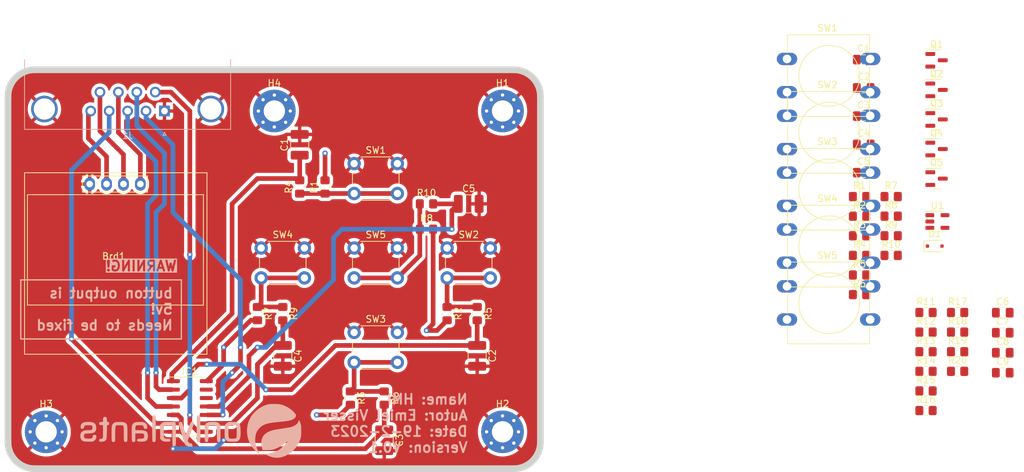
<source format=kicad_pcb>
(kicad_pcb (version 20221018) (generator pcbnew)
  (layers (0 "F.Cu" signal) (31 "B.Cu" signal) (34 "B.Paste" user) (35 "F.Paste" user) (36 "B.SilkS" user "B.Silkscreen") (37 "F.SilkS" user "F.Silkscreen") (38 "B.Mask" user) (39 "F.Mask" user) (44 "Edge.Cuts" user))
  (net 0 "")
  (net 1 "/SDA")
  (net 2 "/SCL")
  (net 3 "GNDREF")
  (net 4 "+5V")
  (net 5 "/IN_SW1")
  (net 6 "/IN_SW2")
  (net 7 "/IN_SW3")
  (net 8 "/IN_SW4")
  (net 9 "/IN_SW5")
  (net 10 "/OUT_SW1")
  (net 11 "/OUT_SW2")
  (net 12 "/OUT_SW3")
  (net 13 "/OUT_SW5")
  (net 14 "Net-(R1-Pad1)")
  (net 15 "Net-(R2-Pad1)")
  (net 16 "Net-(R3-Pad1)")
  (net 17 "Net-(R7-Pad1)")
  (net 18 "Net-(R10-Pad1)")
  (net 19 "/OUT_SW4")
  (net 20 "/Buttons/IN_SW1")
  (net 21 "/Buttons/IN_SW2")
  (net 22 "/Buttons/IN_SW3")
  (net 23 "/Buttons/IN_SW4")
  (net 24 "/Buttons/IN_SW5")
  (net 25 "Net-(D1-K)")
  (net 26 "+3.3V")
  (net 27 "/Level shifting/OUT_SW1")
  (net 28 "/Level shifting/LVL_SW1")
  (net 29 "/Level shifting/OUT_SW2")
  (net 30 "/Level shifting/LVL_SW2")
  (net 31 "/Level shifting/OUT_SW3")
  (net 32 "/Level shifting/LVL_SW3")
  (net 33 "/Level shifting/OUT_SW4")
  (net 34 "/Level shifting/LVL_SW4")
  (net 35 "/Level shifting/OUT_SW5")
  (net 36 "/Level shifting/LVL_SW5")
  (net 37 "GND")
  (net 39 "/LVL_SW1")
  (net 40 "/LVL_SW2")
  (net 41 "/LVL_SW3")
  (net 42 "/LVL_SW5")
  (footprint "Resistor_SMD:R_0805_2012Metric_Pad1.20x1.40mm_HandSolder" (layer "F.Cu") (at 159.31 96.81)
    (fp_text reference "R8")
    (fp_text value "R")
  )
  (footprint "Package_TO_SOT_SMD:SOT-23-5" (layer "F.Cu") (at 236.085 95.65)
    (fp_text reference "U1")
    (fp_text value "TLV75533PDBV")
  )
  (footprint "Resistor_SMD:R_0805_2012Metric_Pad1.20x1.40mm_HandSolder" (layer "F.Cu") (at 224.385 103.7)
    (fp_text reference "R5")
    (fp_text value "R")
  )
  (footprint "Resistor_SMD:R_0805_2012Metric_Pad1.20x1.40mm_HandSolder" (layer "F.Cu") (at 229.135 91.9)
    (fp_text reference "R7")
    (fp_text value "R")
  )
  (footprint "Button_Switch_THT:SW_PUSH-12mm" (layer "F.Cu") (at 213.485 105.4)
    (fp_text reference "SW5")
    (fp_text value "SW_Push")
  )
  (footprint "Package_TO_SOT_SMD:SOT-23" (layer "F.Cu") (at 235.955 89.2)
    (fp_text reference "Q5")
    (fp_text value "BSS138")
  )
  (footprint "ssd1306:128x64OLED" (layer "F.Cu") (at 112.32 100.62)
    (fp_text reference "Brd1")
    (fp_text value "SSD1306")
  )
  (footprint "MountingHole:MountingHole_3.2mm_M3_Pad_Via" (layer "F.Cu") (at 102.16 127.29)
    (fp_text reference "H3")
    (fp_text value "MountingHole_Pad")
  )
  (footprint "Capacitor_SMD:C_0805_2012Metric_Pad1.18x1.45mm_HandSolder" (layer "F.Cu") (at 225.015 79.8)
    (fp_text reference "C3")
    (fp_text value "C")
  )
  (footprint "Capacitor_SMD:C_0805_2012Metric_Pad1.18x1.45mm_HandSolder" (layer "F.Cu") (at 245.9025 109.37)
    (fp_text reference "C6")
    (fp_text value "1uF 16v")
  )
  (footprint "MountingHole:MountingHole_3.2mm_M3_Pad_Via" (layer "F.Cu") (at 170.74 127.29)
    (fp_text reference "H2")
    (fp_text value "MountingHole_Pad")
  )
  (footprint "Capacitor_SMD:C_1210_3225Metric_Pad1.33x2.70mm_HandSolder" (layer "F.Cu") (at 165.66 93)
    (fp_text reference "C5")
    (fp_text value "C")
  )
  (footprint "Capacitor_SMD:C_0805_2012Metric_Pad1.18x1.45mm_HandSolder" (layer "F.Cu") (at 225.015 88.3)
    (fp_text reference "C5")
    (fp_text value "C")
  )
  (footprint "Button_Switch_THT:SW_PUSH-12mm" (layer "F.Cu") (at 213.485 96.85)
    (fp_text reference "SW4")
    (fp_text value "SW_Push")
  )
  (footprint "Button_Switch_THT:SW_PUSH_6mm_H13mm" (layer "F.Cu") (at 162.41 99.64)
    (fp_text reference "SW2")
    (fp_text value "SW_Push")
  )
  (footprint "Button_Switch_THT:SW_PUSH_6mm_H13mm" (layer "F.Cu") (at 148.44 99.64)
    (fp_text reference "SW5")
    (fp_text value "SW_Push")
  )
  (footprint "Resistor_SMD:R_0805_2012Metric_Pad1.20x1.40mm_HandSolder" (layer "F.Cu") (at 239.1225 112.29)
    (fp_text reference "R18")
    (fp_text value "10k")
  )
  (footprint "Button_Switch_THT:SW_PUSH-12mm" (layer "F.Cu") (at 213.485 88.3)
    (fp_text reference "SW3")
    (fp_text value "SW_Push")
  )
  (footprint "Capacitor_SMD:C_1210_3225Metric_Pad1.33x2.70mm_HandSolder" (layer "F.Cu") (at 152.96 128.56 -90)
    (fp_text reference "C3")
    (fp_text value "C")
  )
  (footprint "Resistor_SMD:R_0805_2012Metric_Pad1.20x1.40mm_HandSolder" (layer "F.Cu") (at 137.72 109.51 -90)
    (fp_text reference "R9")
    (fp_text value "R")
  )
  (footprint "Package_TO_SOT_SMD:SOT-23" (layer "F.Cu") (at 235.955 84.75)
    (fp_text reference "Q4")
    (fp_text value "BSS138")
  )
  (footprint "Resistor_SMD:R_0805_2012Metric_Pad1.20x1.40mm_HandSolder" (layer "F.Cu") (at 224.385 94.85)
    (fp_text reference "R2")
    (fp_text value "R")
  )
  (footprint "Package_TO_SOT_SMD:SOT-23" (layer "F.Cu") (at 235.955 80.3)
    (fp_text reference "Q3")
    (fp_text value "BSS138")
  )
  (footprint "MountingHole:MountingHole_3.2mm_M3_Pad_Via" (layer "F.Cu") (at 136.45 79.03)
    (fp_text reference "H4")
    (fp_text value "MountingHole_Pad")
  )
  (footprint "Capacitor_SMD:C_1210_3225Metric_Pad1.33x2.70mm_HandSolder" (layer "F.Cu") (at 137.72 115.86 -90)
    (fp_text reference "C4")
    (fp_text value "C")
  )
  (footprint "Capacitor_SMD:C_1210_3225Metric_Pad1.33x2.70mm_HandSolder" (layer "F.Cu") (at 140.26 84.11 90)
    (fp_text reference "C1")
    (fp_text value "C")
  )
  (footprint "Resistor_SMD:R_0805_2012Metric_Pad1.20x1.40mm_HandSolder" (layer "F.Cu") (at 159.31 93)
    (fp_text reference "R10")
    (fp_text value "R")
  )
  (footprint "Resistor_SMD:R_0805_2012Metric_Pad1.20x1.40mm_HandSolder" (layer "F.Cu") (at 229.135 94.85)
    (fp_text reference "R8")
    (fp_text value "R")
  )
  (footprint "Resistor_SMD:R_0805_2012Metric_Pad1.20x1.40mm_HandSolder" (layer "F.Cu") (at 234.3725 124.09)
    (fp_text reference "R16")
    (fp_text value "10k")
  )
  (footprint "Resistor_SMD:R_0805_2012Metric_Pad1.20x1.40mm_HandSolder" (layer "F.Cu") (at 152.96 122.21 -90)
    (fp_text reference "R6")
    (fp_text value "R")
  )
  (footprint "Package_TO_SOT_SMD:SOT-23" (layer "F.Cu") (at 235.955 75.85)
    (fp_text reference "Q2")
    (fp_text value "BSS138")
  )
  (footprint "Resistor_SMD:R_0805_2012Metric_Pad1.20x1.40mm_HandSolder" (layer "F.Cu") (at 234.3725 112.29)
    (fp_text reference "R12")
    (fp_text value "10k")
  )
  (footprint "Package_TO_SOT_SMD:SOT-23" (layer "F.Cu") (at 235.955 71.4)
    (fp_text reference "Q1")
    (fp_text value "BSS138")
  )
  (footprint "MountingHole:MountingHole_3.2mm_M3_Pad_Via" (layer "F.Cu") (at 170.74 79.03)
    (fp_text reference "H1")
    (fp_text value "MountingHole_Pad")
  )
  (footprint "Resistor_SMD:R_0805_2012Metric_Pad1.20x1.40mm_HandSolder" (layer "F.Cu") (at 162.41 109.51 -90)
    (fp_text reference "R2")
    (fp_text value "R")
  )
  (footprint "Diode_SMD:D_SOD-323F" (layer "F.Cu") (at 235.68 99.35)
    (fp_text reference "D1")
    (fp_text value "PMEG3010EJ")
  )
  (footprint "Capacitor_SMD:C_0805_2012Metric_Pad1.18x1.45mm_HandSolder" (layer "F.Cu") (at 225.015 71.3)
    (fp_text reference "C1")
    (fp_text value "C")
  )
  (footprint "Button_Switch_THT:SW_PUSH-12mm" (layer "F.Cu") (at 213.485 71.2)
    (fp_text reference "SW1")
    (fp_text value "SW_Push")
  )
  (footprint "Resistor_SMD:R_0805_2012Metric_Pad1.20x1.40mm_HandSolder" (layer "F.Cu") (at 224.385 97.8)
    (fp_text reference "R3")
    (fp_text value "R")
  )
  (footprint "Resistor_SMD:R_0805_2012Metric_Pad1.20x1.40mm_HandSolder" (layer "F.Cu") (at 229.135 97.8)
    (fp_text reference "R9")
    (fp_text value "R")
  )
  (footprint "Capacitor_SMD:C_0805_2012Metric_Pad1.18x1.45mm_HandSolder" (layer "F.Cu") (at 225.015 75.55)
    (fp_text reference "C2")
    (fp_text value "C")
  )
  (footprint "Capacitor_SMD:C_0805_2012Metric_Pad1.18x1.45mm_HandSolder" (layer "F.Cu") (at 245.9025 115.39)
    (fp_text reference "C8")
    (fp_text value "1uF 16v")
  )
  (footprint "Resistor_SMD:R_0805_2012Metric_Pad1.20x1.40mm_HandSolder" (layer "F.Cu") (at 133.91 109.51 -90)
    (fp_text reference "R7")
    (fp_text value "R")
  )
  (footprint "Resistor_SMD:R_0805_2012Metric_Pad1.20x1.40mm_HandSolder" (layer "F.Cu") (at 234.3725 109.34)
    (fp_text reference "R11")
    (fp_text value "10k")
  )
  (footprint "Resistor_SMD:R_0805_2012Metric_Pad1.20x1.40mm_HandSolder" (layer "F.Cu") (at 224.385 100.75)
    (fp_text reference "R4")
    (fp_text value "R")
  )
  (footprint "Resistor_SMD:R_0805_2012Metric_Pad1.20x1.40mm_HandSolder" (layer "F.Cu") (at 239.1225 109.34)
    (fp_text reference "R17")
    (fp_text value "10k")
  )
  (footprint "Resistor_SMD:R_0805_2012Metric_Pad1.20x1.40mm_HandSolder" (layer "F.Cu") (at 234.3725 121.14)
    (fp_text reference "R15")
    (fp_text value "10k")
  )
  (footprint "Resistor_SMD:R_0805_2012Metric_Pad1.20x1.40mm_HandSolder" (layer "F.Cu") (at 239.1225 115.24)
    (fp_text reference "R19")
    (fp_text value "10k")
  )
  (footprint "Capacitor_SMD:C_0805_2012Metric_Pad1.18x1.45mm_HandSolder" (layer "F.Cu") (at 245.9025 112.38)
    (fp_text reference "C7")
    (fp_text value "1uF 16v")
  )
  (footprint "Resistor_SMD:R_0805_2012Metric_Pad1.20x1.40mm_HandSolder" (layer "F.Cu") (at 229.135 100.75)
    (fp_text reference "R10")
    (fp_text value "R")
  )
  (footprint "Button_Switch_THT:SW_PUSH_6mm_H13mm" (layer "F.Cu") (at 148.44 86.94)
    (fp_text reference "SW1")
    (fp_text value "SW_Push")
  )
  (footprint "Resistor_SMD:R_0805_2012Metric_Pad1.20x1.40mm_HandSolder" (layer "F.Cu") (at 239.1225 118.19)
    (fp_text reference "R20")
    (fp_text value "10k")
  )
  (footprint "Resistor_SMD:R_0805_2012Metric_Pad1.20x1.40mm_HandSolder" (layer "F.Cu") (at 144.07 90.46 90)
    (fp_text reference "R1")
    (fp_text value "R")
  )
  (footprint "Resistor_SMD:R_0805_2012Metric_Pad1.20x1.40mm_HandSolder" (layer "F.Cu") (at 166.93 109.51 -90)
    (fp_text reference "R5")
    (fp_text value "R")
  )
  (footprint "Button_Switch_THT:SW_PUSH-12mm" (layer "F.Cu") (at 213.485 79.75)
    (fp_text reference "SW2")
    (fp_text value "SW_Push")
  )
  (footprint "Button_Switch_THT:SW_PUSH_6mm_H13mm" (layer "F.Cu") (at 148.44 112.34)
    (fp_text reference "SW3")
    (fp_text value "SW_Push")
  )
  (footprint "Resistor_SMD:R_0805_2012Metric_Pad1.20x1.40mm_HandSolder" (layer "F.Cu") (at 140.26 90.46 90)
    (fp_text reference "R4")
    (fp_text value "R")
  )
  (footprint "Resistor_SMD:R_0805_2012Metric_Pad1.20x1.40mm_HandSolder" (layer "F.Cu") (at 224.385 91.9)
    (fp_text reference "R1")
    (fp_text value "R")
  )
  (footprint "Package_SO:SOIC-14_3.9x8.7mm_P1.27mm" (layer "F.Cu") (at 123.75 123.48)
    (fp_text reference "IC1")
    (fp_text value "CD74HC14M96")
  )
  (footprint "Button_Switch_THT:SW_PUSH_6mm_H13mm" (layer "F.Cu") (at 134.47 99.64)
    (fp_text reference "SW4")
    (fp_text value "SW_Push")
  )
  (footprint "Resistor_SMD:R_0805_2012Metric_Pad1.20x1.40mm_HandSolder" (layer "F.Cu") (at 147.88 122.21 -90)
    (fp_text reference "R3")
    (fp_text value "R")
  )
  (footprint "Resistor_SMD:R_0805_2012Metric_Pad1.20x1.40mm_HandSolder" (layer "F.Cu") (at 234.3725 118.19)
    (fp_text reference "R14")
    (fp_text value "10k")
  )
  (footprint "Resistor_SMD:R_0805_2012Metric_Pad1.20x1.40mm_HandSolder" (layer "F.Cu") (at 234.3725 115.24)
    (fp_text reference "R13")
    (fp_text value "10k")
  )
  (footprint "Capacitor_SMD:C_0805_2012Metric_Pad1.18x1.45mm_HandSolder" (layer "F.Cu") (at 225.015 84.05)
    (fp_text reference "C4")
    (fp_text value "C")
  )
  (footprint "Resistor_SMD:R_0805_2012Metric_Pad1.20x1.40mm_HandSolder" (layer "F.Cu") (at 224.385 106.65)
    (fp_text reference "R6")
    (fp_text value "R")
  )
  (footprint "Capacitor_SMD:C_0805_2012Metric_Pad1.18x1.45mm_HandSolder" (layer "F.Cu") (at 245.9025 118.4)
    (fp_text reference "C9")
    (fp_text value "1uF 16v")
  )
  (footprint "Capacitor_SMD:C_1210_3225Metric_Pad1.33x2.70mm_HandSolder" (layer "F.Cu") (at 166.93 115.86 -90)
    (fp_text reference "C2")
    (fp_text value "C")
  )
  (footprint "greenhouse_project_screen:logo" (layer "B.Cu") (at 123.75 127.29 180)
    (fp_text reference "G***")
    (fp_text value "LOGO" hide)
  )
  (footprint "Connector_Dsub:DSUB-9_Female_Horizontal_P2.77x2.84mm_EdgePinOffset4.94mm_Housed_MountingHolesOffset7.48mm" (layer "B.Cu") (at 119.94 79.03)
    (fp_text reference "J1")
    (fp_text value "DB9_Female_MountingHoles")
  )
  (gr_arc (start 172.43 72.83) (mid 175.258427 74.001573) (end 176.43 76.83) (stroke (width 0.2)) (layer "B.SilkS"))
  (gr_line (start 172.43 132.83) (end 100.43 132.83) (stroke (width 0.2)) (layer "B.SilkS"))
  (gr_line (start 176.43 76.83) (end 176.43 128.83) (stroke (width 0.2)) (layer "B.SilkS"))
  (gr_line (start 100.43 72.83) (end 172.43 72.83) (stroke (width 0.2)) (layer "B.SilkS"))
  (gr_arc (start 176.43 128.83) (mid 175.258427 131.658427) (end 172.43 132.83) (stroke (width 0.2)) (layer "B.SilkS"))
  (gr_line (start 96.43 128.83) (end 96.43 76.83) (stroke (width 0.2)) (layer "B.SilkS"))
  (gr_arc (start 96.43 76.83) (mid 97.601573 74.001573) (end 100.43 72.83) (stroke (width 0.2)) (layer "B.SilkS"))
  (gr_arc (start 100.43 132.83) (mid 97.601573 131.658427) (end 96.43 128.83) (stroke (width 0.2)) (layer "B.SilkS"))
  (gr_arc (start 176.43 128.83) (mid 175.258427 131.658427) (end 172.43 132.83) (stroke (width 0.2)) (layer "F.SilkS"))
  (gr_arc (start 96.43 76.83) (mid 97.601573 74.001573) (end 100.43 72.83) (stroke (width 0.2)) (layer "F.SilkS"))
  (gr_line (start 96.43 128.83) (end 96.43 76.83) (stroke (width 0.2)) (layer "F.SilkS"))
  (gr_line (start 176.43 76.83) (end 176.43 128.83) (stroke (width 0.2)) (layer "F.SilkS"))
  (gr_arc (start 100.43 132.83) (mid 97.601573 131.658427) (end 96.43 128.83) (stroke (width 0.2)) (layer "F.SilkS"))
  (gr_line (start 100.43 72.83) (end 172.43 72.83) (stroke (width 0.2)) (layer "F.SilkS"))
  (gr_line (start 172.43 132.83) (end 100.43 132.83) (stroke (width 0.2)) (layer "F.SilkS"))
  (gr_arc (start 172.43 72.83) (mid 175.258427 74.001573) (end 176.43 76.83) (stroke (width 0.2)) (layer "F.SilkS"))
  (gr_line (start 96.43 128.83) (end 96.43 76.83) (stroke (width 1)) (layer "Edge.Cuts"))
  (gr_line (start 172.43 132.83) (end 100.43 132.83) (stroke (width 1)) (layer "Edge.Cuts"))
  (gr_arc (start 100.43 132.83) (mid 97.601573 131.658427) (end 96.43 128.83) (stroke (width 1)) (layer "Edge.Cuts"))
  (gr_arc (start 96.43 76.83) (mid 97.601573 74.001573) (end 100.43 72.83) (stroke (width 1)) (layer "Edge.Cuts"))
  (gr_line (start 100.43 72.83) (end 172.43 72.83) (stroke (width 1)) (layer "Edge.Cuts"))
  (gr_arc (start 176.43 128.83) (mid 175.258427 131.658427) (end 172.43 132.83) (stroke (width 1)) (layer "Edge.Cuts"))
  (gr_arc (start 172.43 72.83) (mid 175.258427 74.001573) (end 176.43 76.83) (stroke (width 1)) (layer "Edge.Cuts"))
  (gr_line (start 176.43 76.83) (end 176.43 128.83) (stroke (width 1)) (layer "Edge.Cuts"))
  (gr_text "Name: HMI\nAutor: Emiel Visser\nDate: 19-2-2023\nVersion: V0.1" (at 165.66 126.02) (layer "B.SilkS") (effects (font (size 1.5 1.5) (thickness 0.3)) (justify left mirror)))
  (gr_text "WARNING!             " (at 121.93 103.23) (layer "B.SilkS" knockout) (effects (font (size 1.5 1.5) (thickness 0.3) bold) (justify left bottom mirror)))
  (gr_text_box "button output is 5v! \nNeeds to be fixed" (start 98.35 104.43) (end 122.48 113.32) (layer "B.SilkS") (effects (font (size 1.5 1.5) (thickness 0.3) bold) (justify left top mirror)) (stroke (width 0.2)))
  (segment (start 116.32 90.02) (end 116.32 85.57) (width 0.7) (layer "F.Cu") (net 1))
  (segment (start 113.015 82.265) (end 113.015 76.19) (width 0.7) (layer "F.Cu") (net 1))
  (segment (start 116.32 85.57) (end 113.015 82.265) (width 0.7) (layer "F.Cu") (net 1))
  (segment (start 110.245 82.032208) (end 113.78 85.567208) (width 0.7) (layer "F.Cu") (net 2))
  (segment (start 113.78 85.567208) (end 113.78 90.02) (width 0.7) (layer "F.Cu") (net 2))
  (segment (start 110.245 76.19) (end 110.245 82.032208) (width 0.7) (layer "F.Cu") (net 2))
  (via (at 121.21 129.83) (size 0.8) (drill 0.4) (layers "F.Cu" "B.Cu") (net 3))
  (via (at 128.83 128.56) (size 0.8) (drill 0.4) (layers "F.Cu" "B.Cu") (net 3))
  (segment (start 127.56 129.83) (end 128.83 128.56) (width 0.7) (layer "B.Cu") (net 3))
  (segment (start 121.21 129.83) (end 127.56 129.83) (width 0.7) (layer "B.Cu") (net 3))
  (segment (start 159.31 112.05) (end 160.87 112.05) (width 0.7) (layer "F.Cu") (net 4))
  (segment (start 160.31 111.05) (end 159.31 112.05) (width 0.7) (layer "F.Cu") (net 4))
  (segment (start 144.07 89.46) (end 144.07 85.38) (width 0.7) (layer "F.Cu") (net 4))
  (segment (start 108.51 79.38) (end 108.86 79.03) (width 0.7) (layer "F.Cu") (net 4))
  (segment (start 142.8 124.75) (end 146.34 124.75) (width 0.7) (layer "F.Cu") (net 4))
  (segment (start 146.34 124.75) (end 147.88 123.21) (width 0.7) (layer "F.Cu") (net 4))
  (segment (start 108.51 83.1575) (end 108.51 79.38) (width 0.7) (layer "F.Cu") (net 4))
  (segment (start 126.462 119.67) (end 126.462 119.498) (width 0.7) (layer "F.Cu") (net 4))
  (segment (start 128.83 114.59) (end 132.91 110.51) (width 0.7) (layer "F.Cu") (net 4))
  (segment (start 111.24 90.02) (end 111.24 85.8875) (width 0.7) (layer "F.Cu") (net 4))
  (segment (start 126.462 119.498) (end 128.83 117.13) (width 0.7) (layer "F.Cu") (net 4))
  (segment (start 160.31 96.81) (end 160.31 111.05) (width 0.7) (layer "F.Cu") (net 4))
  (segment (start 132.91 110.51) (end 133.91 110.51) (width 0.7) (layer "F.Cu") (net 4))
  (segment (start 160.87 112.05) (end 162.41 110.51) (width 0.7) (layer "F.Cu") (net 4))
  (segment (start 111.24 85.8875) (end 108.51 83.1575) (width 0.7) (layer "F.Cu") (net 4))
  (segment (start 128.83 117.13) (end 128.83 114.59) (width 0.7) (layer "F.Cu") (net 4))
  (via (at 142.8 124.75) (size 0.8) (drill 0.4) (layers "F.Cu" "B.Cu") (net 4))
  (via (at 144.07 85.38) (size 0.8) (drill 0.4) (layers "F.Cu" "B.Cu") (net 4))
  (via (at 159.31 112.05) (size 0.8) (drill 0.4) (layers "F.Cu" "B.Cu") (net 4))
  (via (at 128.83 114.59) (size 0.8) (drill 0.4) (layers "F.Cu" "B.Cu") (net 4))
  (segment (start 121.038 119.67) (end 121.038 118.572) (width 0.7) (layer "F.Cu") (net 5))
  (segment (start 133.91 89.19) (end 139.99 89.19) (width 0.7) (layer "F.Cu") (net 5))
  (segment (start 140.26 89.46) (end 140.26 85.6725) (width 0.7) (layer "F.Cu") (net 5))
  (segment (start 121.038 118.572) (end 130.1 109.51) (width 0.7) (layer "F.Cu") (net 5))
  (segment (start 139.99 89.19) (end 140.26 89.46) (width 0.7) (layer "F.Cu") (net 5))
  (segment (start 130.1 109.51) (end 130.1 93) (width 0.7) (layer "F.Cu") (net 5))
  (segment (start 130.1 93) (end 133.91 89.19) (width 0.7) (layer "F.Cu") (net 5))
  (segment (start 166.93 114.2975) (end 166.93 110.78) (width 0.7) (layer "F.Cu") (net 6))
  (segment (start 166.93 114.2975) (end 145.6325 114.2975) (width 0.7) (layer "F.Cu") (net 6))
  (segment (start 125.02 117.13) (end 126.29 117.13) (width 0.7) (layer "F.Cu") (net 6))
  (segment (start 123.75 120.94) (end 123.75 118.4) (width 0.7) (layer "F.Cu") (net 6))
  (segment (start 121.038 122.21) (end 122.48 122.21) (width 0.7) (layer "F.Cu") (net 6))
  (segment (start 122.48 122.21) (end 123.75 120.94) (width 0.7) (layer "F.Cu") (net 6))
  (segment (start 123.75 118.4) (end 125.02 117.13) (width 0.7) (layer "F.Cu") (net 6))
  (segment (start 138.99 120.94) (end 135.18 120.94) (width 0.7) (layer "F.Cu") (net 6))
  (segment (start 145.6325 114.2975) (end 138.99 120.94) (width 0.7) (layer "F.Cu") (net 6))
  (via (at 126.29 117.13) (size 0.8) (drill 0.4) (layers "F.Cu" "B.Cu") (net 6))
  (via (at 135.18 120.94) (size 0.8) (drill 0.4) (layers "F.Cu" "B.Cu") (net 6))
  (segment (start 131.37 117.13) (end 126.29 117.13) (width 0.7) (layer "B.Cu") (net 6))
  (segment (start 135.18 120.94) (end 131.37 117.13) (width 0.7) (layer "B.Cu") (net 6))
  (segment (start 121.038 124.75) (end 121.9555 124.75) (width 0.7) (layer "F.Cu") (net 7))
  (segment (start 122.48 127.29) (end 125.02 129.83) (width 0.7) (layer "F.Cu") (net 7))
  (segment (start 152.96 126.9975) (end 152.96 123.21) (width 0.7) (layer "F.Cu") (net 7))
  (segment (start 150.1275 129.83) (end 152.96 126.9975) (width 0.7) (layer "F.Cu") (net 7))
  (segment (start 121.9555 124.75) (end 122.48 125.2745) (width 0.7) (layer "F.Cu") (net 7))
  (segment (start 125.02 129.83) (end 150.1275 129.83) (width 0.7) (layer "F.Cu") (net 7))
  (segment (start 122.48 125.2745) (end 122.48 127.29) (width 0.7) (layer "F.Cu") (net 7))
  (segment (start 136.7425 114.2975) (end 137.72 114.2975) (width 0.7) (layer "F.Cu") (net 8))
  (segment (start 133.91 117.13) (end 136.7425 114.2975) (width 0.7) (layer "F.Cu") (net 8))
  (segment (start 137.72 114.2975) (end 137.72 110.51) (width 0.7) (layer "F.Cu") (net 8))
  (segment (start 126.462 126.02) (end 130.1 126.02) (width 0.7) (layer "F.Cu") (net 8))
  (segment (start 133.91 122.21) (end 133.91 117.13) (width 0.7) (layer "F.Cu") (net 8))
  (segment (start 130.1 126.02) (end 133.91 122.21) (width 0.7) (layer "F.Cu") (net 8))
  (segment (start 163.12 93.9775) (end 164.0975 93) (width 0.7) (layer "F.Cu") (net 9))
  (segment (start 160.31 93) (end 164.0975 93) (width 0.7) (layer "F.Cu") (net 9))
  (segment (start 132.64 118.94475) (end 132.64 115.86) (width 0.7) (layer "F.Cu") (net 9))
  (segment (start 132.64 115.86) (end 133.91 114.59) (width 0.7) (layer "F.Cu") (net 9))
  (segment (start 128.10475 123.48) (end 132.64 118.94475) (width 0.7) (layer "F.Cu") (net 9))
  (segment (start 126.462 123.48) (end 128.10475 123.48) (width 0.7) (layer "F.Cu") (net 9))
  (segment (start 163.12 96.81) (end 163.12 93.9775) (width 0.7) (layer "F.Cu") (net 9))
  (via (at 133.91 114.59) (size 0.8) (drill 0.4) (layers "F.Cu" "B.Cu") (net 9))
  (via (at 163.12 96.81) (size 0.8) (drill 0.4) (layers "F.Cu" "B.Cu") (net 9))
  (segment (start 146.61 96.81) (end 163.12 96.81) (width 0.7) (layer "B.Cu") (net 9))
  (segment (start 145.34 98.08) (end 146.61 96.81) (width 0.7) (layer "B.Cu") (net 9))
  (segment (start 135.18 114.59) (end 145.34 104.43) (width 0.7) (layer "B.Cu") (net 9))
  (segment (start 145.34 104.43) (end 145.34 98.08) (width 0.7) (layer "B.Cu") (net 9))
  (segment (start 133.91 114.59) (end 135.18 114.59) (width 0.7) (layer "B.Cu") (net 9))
  (segment (start 119.12275 120.94) (end 118.67 120.48725) (width 0.7) (layer "F.Cu") (net 10))
  (segment (start 118.67 120.48725) (end 118.67 118.4) (width 0.7) (layer "F.Cu") (net 10))
  (segment (start 121.038 120.94) (end 119.12275 120.94) (width 0.7) (layer "F.Cu") (net 10))
  (via (at 118.67 118.4) (size 0.8) (drill 0.4) (layers "F.Cu" "B.Cu") (net 10))
  (segment (start 119.94 93) (end 119.94 85.38) (width 0.7) (layer "B.Cu") (net 10))
  (segment (start 119.94 85.38) (end 115.785 81.225) (width 0.7) (layer "B.Cu") (net 10))
  (segment (start 118.67 94.27) (end 119.94 93) (width 0.7) (layer "B.Cu") (net 10))
  (segment (start 115.785 81.225) (end 115.785 76.19) (width 0.7) (layer "B.Cu") (net 10))
  (segment (start 118.67 118.4) (end 118.67 94.27) (width 0.7) (layer "B.Cu") (net 10))
  (segment (start 117.4 122.21) (end 118.67 123.48) (width 0.7) (layer "F.Cu") (net 11))
  (segment (start 118.67 123.48) (end 121.038 123.48) (width 0.7) (layer "F.Cu") (net 11))
  (segment (start 117.4 118.4) (end 117.4 122.21) (width 0.7) (layer "F.Cu") (net 11))
  (via (at 117.4 118.4) (size 0.8) (drill 0.4) (layers "F.Cu" "B.Cu") (net 11))
  (segment (start 114.4 82.38) (end 114.4 79.03) (width 0.7) (layer "B.Cu") (net 11))
  (segment (start 118.67 86.65) (end 114.4 82.38) (width 0.7) (layer "B.Cu") (net 11))
  (segment (start 117.4 93) (end 118.67 91.73) (width 0.7) (layer "B.Cu") (net 11))
  (segment (start 117.4 118.4) (end 117.4 93) (width 0.7) (layer "B.Cu") (net 11))
  (segment (start 118.67 91.73) (end 118.67 86.65) (width 0.7) (layer "B.Cu") (net 11))
  (segment (start 118.67 126.02) (end 121.038 126.02) (width 0.7) (layer "F.Cu") (net 12))
  (segment (start 105.97 113.32) (end 118.67 126.02) (width 0.7) (layer "F.Cu") (net 12))
  (via (at 105.97 113.32) (size 0.8) (drill 0.4) (layers "F.Cu" "B.Cu") (net 12))
  (segment (start 105.97 113.32) (end 105.97 87.92) (width 0.7) (layer "B.Cu") (net 12))
  (segment (start 111.63 82.26) (end 111.63 79.03) (width 0.7) (layer "B.Cu") (net 12))
  (segment (start 105.97 87.92) (end 111.63 82.26) (width 0.7) (layer "B.Cu") (net 12))
  (segment (start 130.1 118.4) (end 131.37 117.13) (width 0.7) (layer "F.Cu") (net 13))
  (segment (start 128.77196 124.714998) (end 128.701956 124.714998) (width 0.7) (layer "F.Cu") (net 13))
  (segment (start 131.37 117.13) (end 131.37 114.59) (width 0.7) (layer "F.Cu") (net 13))
  (segment (start 126.462 124.75) (end 128.736958 124.75) (width 0.7) (layer "F.Cu") (net 13))
  (segment (start 128.736958 124.75) (end 128.77196 124.714998) (width 0.7) (layer "F.Cu") (net 13))
  (via (at 131.37 114.59) (size 0.8) (drill 0.4) (layers "F.Cu" "B.Cu") (net 13))
  (via (at 128.701956 124.714998) (size 0.8) (drill 0.4) (layers "F.Cu" "B.Cu") (net 13))
  (via (at 130.1 118.4) (size 0.8) (drill 0.4) (layers "F.Cu" "B.Cu") (net 13))
  (segment (start 131.37 114.59) (end 131.37 104.43) (width 0.7) (layer "B.Cu") (net 13))
  (segment (start 121.21 94.27) (end 121.21 84.11) (width 0.7) (layer "B.Cu") (net 13))
  (segment (start 128.701956 119.798044) (end 130.1 118.4) (width 0.7) (layer "B.Cu") (net 13))
  (segment (start 128.701956 124.714998) (end 128.701956 119.798044) (width 0.7) (layer "B.Cu") (net 13))
  (segment (start 121.21 84.11) (end 117.17 80.07) (width 0.7) (layer "B.Cu") (net 13))
  (segment (start 117.17 80.07) (end 117.17 79.03) (width 0.7) (layer "B.Cu") (net 13))
  (segment (start 131.37 104.43) (end 121.21 94.27) (width 0.7) (layer "B.Cu") (net 13))
  (segment (start 148.44 91.44) (end 140.28 91.44) (width 0.7) (layer "F.Cu") (net 14))
  (segment (start 140.28 91.44) (end 140.26 91.46) (width 0.7) (layer "F.Cu") (net 14))
  (segment (start 148.44 91.44) (end 154.94 91.44) (width 0.7) (layer "F.Cu") (net 14))
  (segment (start 162.41 104.14) (end 168.91 104.14) (width 0.7) (layer "F.Cu") (net 15))
  (segment (start 166.93 108.51) (end 162.41 108.51) (width 0.7) (layer "F.Cu") (net 15))
  (segment (start 162.41 108.51) (end 162.41 104.14) (width 0.7) (layer "F.Cu") (net 15))
  (segment (start 148.44 116.84) (end 154.94 116.84) (width 0.7) (layer "F.Cu") (net 16))
  (segment (start 148.44 120.65) (end 147.88 121.21) (width 0.7) (layer "F.Cu") (net 16))
  (segment (start 147.88 121.21) (end 152.96 121.21) (width 0.7) (layer "F.Cu") (net 16))
  (segment (start 148.44 116.84) (end 148.44 120.65) (width 0.7) (layer "F.Cu") (net 16))
  (segment (start 134.47 107.95) (end 133.91 108.51) (width 0.7) (layer "F.Cu") (net 17))
  (segment (start 133.91 108.51) (end 137.72 108.51) (width 0.7) (layer "F.Cu") (net 17))
  (segment (start 134.47 104.14) (end 140.97 104.14) (width 0.7) (layer "F.Cu") (net 17))
  (segment (start 134.47 104.14) (end 134.47 107.95) (width 0.7) (layer "F.Cu") (net 17))
  (segment (start 158.31 100.77) (end 158.31 96.81) (width 0.7) (layer "F.Cu") (net 18))
  (segment (start 148.44 104.14) (end 154.94 104.14) (width 0.7) (layer "F.Cu") (net 18))
  (segment (start 158.31 96.81) (end 158.31 93) (width 0.7) (layer "F.Cu") (net 18))
  (segment (start 154.94 104.14) (end 158.31 100.77) (width 0.7) (layer "F.Cu") (net 18))
  (segment (start 125.02 127.29) (end 123.75 126.02) (width 0.7) (layer "F.Cu") (net 19))
  (segment (start 123.75 100.62) (end 123.75 79.03) (width 0.7) (layer "F.Cu") (net 19))
  (segment (start 123.75 79.03) (end 120.91 76.19) (width 0.7) (layer "F.Cu") (net 19))
  (segment (start 126.462 127.29) (end 125.02 127.29) (width 0.7) (layer "F.Cu") (net 19))
  (segment (start 120.91 76.19) (end 118.555 76.19) (width 0.7) (layer "F.Cu") (net 19))
  (segment (start 123.75 126.02) (end 123.75 124.75) (width 0.7) (layer "F.Cu") (net 19))
  (via (at 123.75 124.75) (size 0.8) (drill 0.4) (layers "F.Cu" "B.Cu") (net 19))
  (via (at 123.75 100.62) (size 0.8) (drill 0.4) (layers "F.Cu" "B.Cu") (net 19))
  (segment (start 123.75 124.75) (end 123.75 100.62) (width 0.7) (layer "B.Cu") (net 19))
  (zone (net 3) (net_name "GNDREF") (layer "F.Cu") (connect_pads (clearance 0.508)) (min_thickness 0.254) (fill yes (thermal_gap 0.508) (thermal_bridge_width 0.508) (smoothing fillet) (radius 8) (island_removal_mode 2) (island_area_min 5))
    (polygon (pts (xy 176.43 132.83) (xy 96.43 132.83) (xy 96.43 72.83) (xy 176.43 72.83)))
  )
)
</source>
